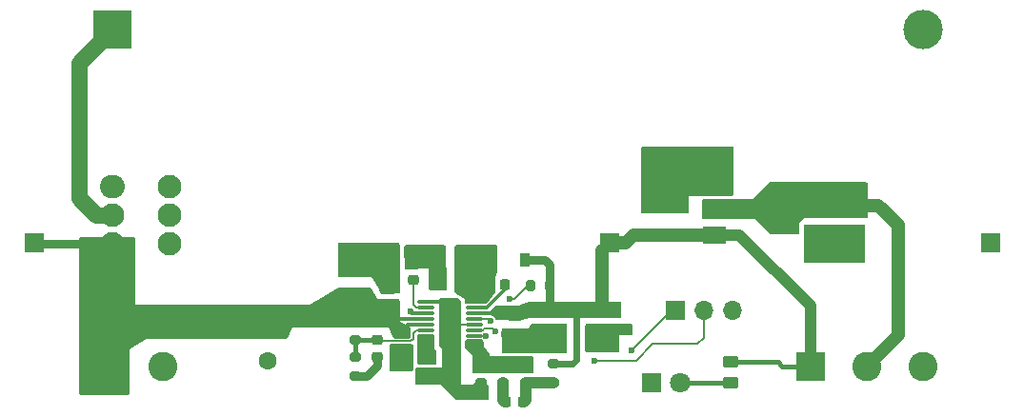
<source format=gtl>
G04 #@! TF.GenerationSoftware,KiCad,Pcbnew,(6.0.0)*
G04 #@! TF.CreationDate,2022-01-21T19:36:15+00:00*
G04 #@! TF.ProjectId,MaxPower,4d617850-6f77-4657-922e-6b696361645f,rev?*
G04 #@! TF.SameCoordinates,Original*
G04 #@! TF.FileFunction,Copper,L1,Top*
G04 #@! TF.FilePolarity,Positive*
%FSLAX46Y46*%
G04 Gerber Fmt 4.6, Leading zero omitted, Abs format (unit mm)*
G04 Created by KiCad (PCBNEW (6.0.0)) date 2022-01-21 19:36:15*
%MOMM*%
%LPD*%
G01*
G04 APERTURE LIST*
G04 Aperture macros list*
%AMRoundRect*
0 Rectangle with rounded corners*
0 $1 Rounding radius*
0 $2 $3 $4 $5 $6 $7 $8 $9 X,Y pos of 4 corners*
0 Add a 4 corners polygon primitive as box body*
4,1,4,$2,$3,$4,$5,$6,$7,$8,$9,$2,$3,0*
0 Add four circle primitives for the rounded corners*
1,1,$1+$1,$2,$3*
1,1,$1+$1,$4,$5*
1,1,$1+$1,$6,$7*
1,1,$1+$1,$8,$9*
0 Add four rect primitives between the rounded corners*
20,1,$1+$1,$2,$3,$4,$5,0*
20,1,$1+$1,$4,$5,$6,$7,0*
20,1,$1+$1,$6,$7,$8,$9,0*
20,1,$1+$1,$8,$9,$2,$3,0*%
G04 Aperture macros list end*
G04 #@! TA.AperFunction,SMDPad,CuDef*
%ADD10R,2.000000X1.500000*%
G04 #@! TD*
G04 #@! TA.AperFunction,SMDPad,CuDef*
%ADD11R,2.000000X3.800000*%
G04 #@! TD*
G04 #@! TA.AperFunction,ComponentPad*
%ADD12R,2.600000X2.600000*%
G04 #@! TD*
G04 #@! TA.AperFunction,ComponentPad*
%ADD13C,2.600000*%
G04 #@! TD*
G04 #@! TA.AperFunction,SMDPad,CuDef*
%ADD14RoundRect,0.225000X0.225000X0.250000X-0.225000X0.250000X-0.225000X-0.250000X0.225000X-0.250000X0*%
G04 #@! TD*
G04 #@! TA.AperFunction,SMDPad,CuDef*
%ADD15RoundRect,0.250000X-0.475000X0.250000X-0.475000X-0.250000X0.475000X-0.250000X0.475000X0.250000X0*%
G04 #@! TD*
G04 #@! TA.AperFunction,SMDPad,CuDef*
%ADD16RoundRect,0.225000X-0.250000X0.225000X-0.250000X-0.225000X0.250000X-0.225000X0.250000X0.225000X0*%
G04 #@! TD*
G04 #@! TA.AperFunction,ComponentPad*
%ADD17O,2.200000X2.100000*%
G04 #@! TD*
G04 #@! TA.AperFunction,ComponentPad*
%ADD18C,2.100000*%
G04 #@! TD*
G04 #@! TA.AperFunction,SMDPad,CuDef*
%ADD19RoundRect,0.250000X-0.425000X0.450000X-0.425000X-0.450000X0.425000X-0.450000X0.425000X0.450000X0*%
G04 #@! TD*
G04 #@! TA.AperFunction,SMDPad,CuDef*
%ADD20RoundRect,0.250000X-1.100000X0.325000X-1.100000X-0.325000X1.100000X-0.325000X1.100000X0.325000X0*%
G04 #@! TD*
G04 #@! TA.AperFunction,ComponentPad*
%ADD21R,1.700000X1.700000*%
G04 #@! TD*
G04 #@! TA.AperFunction,SMDPad,CuDef*
%ADD22RoundRect,0.200000X-0.275000X0.200000X-0.275000X-0.200000X0.275000X-0.200000X0.275000X0.200000X0*%
G04 #@! TD*
G04 #@! TA.AperFunction,ComponentPad*
%ADD23R,1.600000X1.600000*%
G04 #@! TD*
G04 #@! TA.AperFunction,ComponentPad*
%ADD24C,1.600000*%
G04 #@! TD*
G04 #@! TA.AperFunction,SMDPad,CuDef*
%ADD25RoundRect,0.200000X0.275000X-0.200000X0.275000X0.200000X-0.275000X0.200000X-0.275000X-0.200000X0*%
G04 #@! TD*
G04 #@! TA.AperFunction,ComponentPad*
%ADD26R,3.500000X3.500000*%
G04 #@! TD*
G04 #@! TA.AperFunction,ComponentPad*
%ADD27C,3.500000*%
G04 #@! TD*
G04 #@! TA.AperFunction,SMDPad,CuDef*
%ADD28RoundRect,0.075000X-0.650000X-0.075000X0.650000X-0.075000X0.650000X0.075000X-0.650000X0.075000X0*%
G04 #@! TD*
G04 #@! TA.AperFunction,SMDPad,CuDef*
%ADD29R,1.651000X2.845000*%
G04 #@! TD*
G04 #@! TA.AperFunction,ComponentPad*
%ADD30O,1.700000X1.700000*%
G04 #@! TD*
G04 #@! TA.AperFunction,ComponentPad*
%ADD31R,1.800000X1.800000*%
G04 #@! TD*
G04 #@! TA.AperFunction,ComponentPad*
%ADD32C,1.800000*%
G04 #@! TD*
G04 #@! TA.AperFunction,SMDPad,CuDef*
%ADD33RoundRect,0.250000X-0.450000X0.262500X-0.450000X-0.262500X0.450000X-0.262500X0.450000X0.262500X0*%
G04 #@! TD*
G04 #@! TA.AperFunction,SMDPad,CuDef*
%ADD34RoundRect,0.250000X0.475000X-0.250000X0.475000X0.250000X-0.475000X0.250000X-0.475000X-0.250000X0*%
G04 #@! TD*
G04 #@! TA.AperFunction,SMDPad,CuDef*
%ADD35RoundRect,0.250000X1.100000X-0.325000X1.100000X0.325000X-1.100000X0.325000X-1.100000X-0.325000X0*%
G04 #@! TD*
G04 #@! TA.AperFunction,SMDPad,CuDef*
%ADD36R,0.900000X1.200000*%
G04 #@! TD*
G04 #@! TA.AperFunction,SMDPad,CuDef*
%ADD37R,0.980000X3.400000*%
G04 #@! TD*
G04 #@! TA.AperFunction,SMDPad,CuDef*
%ADD38RoundRect,0.200000X0.200000X0.275000X-0.200000X0.275000X-0.200000X-0.275000X0.200000X-0.275000X0*%
G04 #@! TD*
G04 #@! TA.AperFunction,SMDPad,CuDef*
%ADD39RoundRect,0.225000X-0.225000X-0.250000X0.225000X-0.250000X0.225000X0.250000X-0.225000X0.250000X0*%
G04 #@! TD*
G04 #@! TA.AperFunction,ViaPad*
%ADD40C,0.800000*%
G04 #@! TD*
G04 #@! TA.AperFunction,ViaPad*
%ADD41C,0.600000*%
G04 #@! TD*
G04 #@! TA.AperFunction,ViaPad*
%ADD42C,1.000000*%
G04 #@! TD*
G04 #@! TA.AperFunction,Conductor*
%ADD43C,0.800000*%
G04 #@! TD*
G04 #@! TA.AperFunction,Conductor*
%ADD44C,0.300000*%
G04 #@! TD*
G04 #@! TA.AperFunction,Conductor*
%ADD45C,0.150000*%
G04 #@! TD*
G04 #@! TA.AperFunction,Conductor*
%ADD46C,0.400000*%
G04 #@! TD*
G04 #@! TA.AperFunction,Conductor*
%ADD47C,1.400000*%
G04 #@! TD*
G04 #@! TA.AperFunction,Conductor*
%ADD48C,1.200000*%
G04 #@! TD*
G04 #@! TA.AperFunction,Conductor*
%ADD49C,0.600000*%
G04 #@! TD*
G04 #@! TA.AperFunction,Conductor*
%ADD50C,1.000000*%
G04 #@! TD*
G04 #@! TA.AperFunction,Conductor*
%ADD51C,0.152400*%
G04 #@! TD*
G04 #@! TA.AperFunction,Conductor*
%ADD52C,0.200000*%
G04 #@! TD*
G04 APERTURE END LIST*
D10*
X167500000Y-128700000D03*
X167500000Y-131000000D03*
D11*
X173800000Y-131000000D03*
D10*
X167500000Y-133300000D03*
D12*
X113500000Y-145000000D03*
D13*
X118500000Y-145000000D03*
D14*
X150475000Y-148100000D03*
X148925000Y-148100000D03*
D15*
X139600000Y-141850000D03*
X139600000Y-143750000D03*
D16*
X137500000Y-142625000D03*
X137500000Y-144175000D03*
X140700000Y-135725000D03*
X140700000Y-137275000D03*
D17*
X113960000Y-128960000D03*
D18*
X113960000Y-131500000D03*
X113960000Y-134040000D03*
X119040000Y-134040000D03*
X119040000Y-131500000D03*
X119040000Y-128960000D03*
D19*
X176500000Y-130650000D03*
X176500000Y-133350000D03*
D20*
X152600000Y-139975000D03*
X152600000Y-142925000D03*
D21*
X158200000Y-134000000D03*
D22*
X146700000Y-144775000D03*
X146700000Y-146425000D03*
D15*
X149300000Y-140250000D03*
X149300000Y-142150000D03*
D19*
X179500000Y-130650000D03*
X179500000Y-133350000D03*
D16*
X141750000Y-144225000D03*
X141750000Y-145775000D03*
D23*
X127762000Y-140970000D03*
D24*
X127762000Y-144470000D03*
D25*
X150700000Y-146425000D03*
X150700000Y-144775000D03*
D26*
X114000000Y-115000000D03*
D27*
X186000000Y-115000000D03*
D28*
X141850000Y-139250000D03*
X141850000Y-139750000D03*
X141850000Y-140250000D03*
X141850000Y-140750000D03*
X141850000Y-141250000D03*
X141850000Y-141750000D03*
X141850000Y-142250000D03*
X141850000Y-142750000D03*
X146150000Y-142750000D03*
X146150000Y-142250000D03*
X146150000Y-141750000D03*
X146150000Y-141250000D03*
X146150000Y-140750000D03*
X146150000Y-140250000D03*
X146150000Y-139750000D03*
X146150000Y-139250000D03*
D29*
X144000000Y-141000000D03*
D21*
X164000000Y-140000000D03*
D30*
X166540000Y-140000000D03*
X169080000Y-140000000D03*
D31*
X161900000Y-146400000D03*
D32*
X164440000Y-146400000D03*
D33*
X168900000Y-144587500D03*
X168900000Y-146412500D03*
D34*
X138400000Y-139950000D03*
X138400000Y-138050000D03*
D20*
X157500000Y-139975000D03*
X157500000Y-142925000D03*
D35*
X135400000Y-139192000D03*
X135400000Y-136242000D03*
D36*
X150650000Y-135500000D03*
X147350000Y-135500000D03*
D35*
X163000000Y-133275000D03*
X163000000Y-130325000D03*
D22*
X153200000Y-144775000D03*
X153200000Y-146425000D03*
D37*
X142915000Y-136250000D03*
X145285000Y-136250000D03*
D21*
X107000000Y-134000000D03*
D22*
X135600000Y-144175000D03*
X135600000Y-145825000D03*
D25*
X148700000Y-146425000D03*
X148700000Y-144775000D03*
D38*
X152825000Y-137800000D03*
X151175000Y-137800000D03*
D12*
X176000000Y-145000000D03*
D13*
X181000000Y-145000000D03*
X186000000Y-145000000D03*
D39*
X147325000Y-137750000D03*
X148875000Y-137750000D03*
D21*
X192000000Y-134000000D03*
D22*
X135600000Y-140975000D03*
X135600000Y-142625000D03*
D40*
X179500000Y-134900000D03*
D41*
X144600000Y-145800000D03*
X137350000Y-145050000D03*
D40*
X134800000Y-134800000D03*
D41*
X139000000Y-136400000D03*
D40*
X139200000Y-144900000D03*
D41*
X144600000Y-143000000D03*
X144000000Y-141000000D03*
D42*
X162200000Y-128600000D03*
D41*
X144000000Y-142000000D03*
D42*
X167500000Y-126600000D03*
D40*
X156500000Y-141700000D03*
X178000000Y-134900000D03*
X151700000Y-141700000D03*
D42*
X165000000Y-127400000D03*
D41*
X144400000Y-139200000D03*
D40*
X140200000Y-144900000D03*
D41*
X143500000Y-143000000D03*
X149800000Y-143200000D03*
D40*
X135800000Y-134800000D03*
D41*
X145800000Y-147300000D03*
D40*
X153700000Y-141700000D03*
D41*
X149000000Y-143200000D03*
D40*
X152700000Y-141700000D03*
D41*
X144600000Y-143800000D03*
D40*
X158700000Y-141700000D03*
X157600000Y-141700000D03*
D41*
X142800000Y-146000000D03*
D40*
X136800000Y-134800000D03*
X176500000Y-134900000D03*
D42*
X163800000Y-128600000D03*
D41*
X138000000Y-136400000D03*
X143400000Y-139200000D03*
X142900000Y-135500000D03*
X142900000Y-137500000D03*
X142900000Y-136500000D03*
X140450000Y-140100000D03*
X141800000Y-135700000D03*
X147200000Y-142250000D03*
X160100000Y-143600000D03*
X142500000Y-144300000D03*
X149300000Y-139000000D03*
X147550000Y-140950000D03*
X156800000Y-144500000D03*
X147975966Y-141875966D03*
D43*
X146700000Y-146425000D02*
X146675000Y-146425000D01*
D44*
X143351920Y-139248080D02*
X141850000Y-139248080D01*
D43*
X136575000Y-145825000D02*
X137350000Y-145050000D01*
X135600000Y-145825000D02*
X136575000Y-145825000D01*
D45*
X144250000Y-141250000D02*
X144000000Y-141000000D01*
X146150000Y-141250000D02*
X144250000Y-141250000D01*
D43*
X137500000Y-144900000D02*
X137500000Y-144175000D01*
D46*
X143400000Y-139200000D02*
X143351920Y-139248080D01*
D43*
X146675000Y-146425000D02*
X145800000Y-147300000D01*
X137350000Y-145050000D02*
X137500000Y-144900000D01*
D47*
X112500000Y-131500000D02*
X111000000Y-130000000D01*
X113960000Y-131500000D02*
X112500000Y-131500000D01*
X111000000Y-130000000D02*
X111000000Y-118000000D01*
X111000000Y-118000000D02*
X114000000Y-115000000D01*
D44*
X140200000Y-141250000D02*
X139600000Y-141850000D01*
D43*
X113960000Y-134040000D02*
X107040000Y-134040000D01*
D44*
X139200000Y-140750000D02*
X138400000Y-139950000D01*
D43*
X107040000Y-134040000D02*
X107000000Y-134000000D01*
D44*
X141850000Y-141250000D02*
X140200000Y-141250000D01*
X141850000Y-140750000D02*
X139200000Y-140750000D01*
D43*
X157500000Y-134700000D02*
X158200000Y-134000000D01*
X152825000Y-137800000D02*
X152825000Y-135925000D01*
D48*
X159600000Y-134000000D02*
X160325000Y-133275000D01*
D49*
X154675000Y-139975000D02*
X152600000Y-139975000D01*
D50*
X167500000Y-133300000D02*
X169700000Y-133300000D01*
D46*
X173112500Y-144587500D02*
X173525000Y-145000000D01*
D49*
X155200000Y-144400000D02*
X155200000Y-140500000D01*
D48*
X160325000Y-133275000D02*
X163000000Y-133275000D01*
X158200000Y-134000000D02*
X159600000Y-134000000D01*
D49*
X154825000Y-144775000D02*
X155200000Y-144400000D01*
D48*
X163000000Y-133275000D02*
X167475000Y-133275000D01*
D43*
X152825000Y-135925000D02*
X152400000Y-135500000D01*
X152400000Y-135500000D02*
X150650000Y-135500000D01*
D48*
X157500000Y-139975000D02*
X157500000Y-134700000D01*
D50*
X176000000Y-139600000D02*
X176000000Y-145000000D01*
D49*
X155200000Y-140500000D02*
X154675000Y-139975000D01*
D43*
X152825000Y-137800000D02*
X152825000Y-139750000D01*
D49*
X153200000Y-144775000D02*
X154825000Y-144775000D01*
D43*
X167475000Y-133275000D02*
X167500000Y-133300000D01*
D46*
X168900000Y-144587500D02*
X173112500Y-144587500D01*
D43*
X152825000Y-139750000D02*
X152600000Y-139975000D01*
D50*
X169700000Y-133300000D02*
X176000000Y-139600000D01*
D46*
X173525000Y-145000000D02*
X176000000Y-145000000D01*
D50*
X140700000Y-135725000D02*
X142675000Y-135725000D01*
D44*
X141850000Y-140250000D02*
X140600000Y-140250000D01*
D50*
X142675000Y-135725000D02*
X142900000Y-135500000D01*
D44*
X140600000Y-140250000D02*
X140450000Y-140100000D01*
D48*
X183800000Y-142200000D02*
X183800000Y-132400000D01*
X182050000Y-130650000D02*
X179500000Y-130650000D01*
X183800000Y-132400000D02*
X182050000Y-130650000D01*
X181000000Y-145000000D02*
X183800000Y-142200000D01*
D51*
X141750000Y-144225000D02*
X142425000Y-144225000D01*
X147200000Y-142250000D02*
X146150000Y-142250000D01*
X142425000Y-144225000D02*
X142500000Y-144300000D01*
X160100000Y-143600000D02*
X163700000Y-140000000D01*
X163700000Y-140000000D02*
X164000000Y-140000000D01*
D52*
X140950000Y-139750000D02*
X140700000Y-139500000D01*
X140700000Y-139500000D02*
X140700000Y-137275000D01*
X141850000Y-139750000D02*
X140950000Y-139750000D01*
D45*
X140950000Y-141750000D02*
X140700000Y-142000000D01*
X140700000Y-142500000D02*
X140450000Y-142750000D01*
X140700000Y-142000000D02*
X140700000Y-142500000D01*
X141850000Y-141750000D02*
X140950000Y-141750000D01*
X137625000Y-142750000D02*
X137500000Y-142625000D01*
D46*
X137500000Y-142625000D02*
X135600000Y-142625000D01*
D45*
X140450000Y-142750000D02*
X137625000Y-142750000D01*
D46*
X135600000Y-144175000D02*
X135600000Y-142625000D01*
D52*
X151175000Y-137800000D02*
X151100000Y-137800000D01*
X147550000Y-140950000D02*
X147350000Y-140750000D01*
X151000000Y-137800000D02*
X150900000Y-137800000D01*
X149700000Y-139000000D02*
X149300000Y-139000000D01*
X147350000Y-140750000D02*
X146150000Y-140750000D01*
X150900000Y-137800000D02*
X149700000Y-139000000D01*
X151100000Y-137800000D02*
X151000000Y-137800000D01*
D46*
X168900000Y-146412500D02*
X168887500Y-146400000D01*
X168887500Y-146400000D02*
X164440000Y-146400000D01*
D44*
X146150000Y-139750000D02*
X147250000Y-139750000D01*
X148875000Y-138125000D02*
X148875000Y-137750000D01*
X147250000Y-139750000D02*
X148875000Y-138125000D01*
D50*
X150700000Y-146425000D02*
X153200000Y-146425000D01*
X150700000Y-147925000D02*
X150525000Y-148100000D01*
X150700000Y-146425000D02*
X150700000Y-147925000D01*
X148700000Y-146425000D02*
X148700000Y-147925000D01*
X148700000Y-147925000D02*
X148875000Y-148100000D01*
D45*
X146900000Y-141750000D02*
X147000000Y-141650000D01*
X160500000Y-144500000D02*
X162000000Y-143000000D01*
X166000000Y-143000000D02*
X166540000Y-142460000D01*
X156800000Y-144500000D02*
X160500000Y-144500000D01*
X147000000Y-141650000D02*
X147750000Y-141650000D01*
X162000000Y-143000000D02*
X166000000Y-143000000D01*
X166540000Y-142460000D02*
X166540000Y-140000000D01*
X147750000Y-141650000D02*
X147975966Y-141875966D01*
X146150000Y-141750000D02*
X146900000Y-141750000D01*
G04 #@! TA.AperFunction,Conductor*
G36*
X144626121Y-138920002D02*
G01*
X144633600Y-138925200D01*
X144949600Y-139162200D01*
X144992095Y-139219074D01*
X145000000Y-139263000D01*
X145000000Y-146600000D01*
X147274000Y-146600000D01*
X147342121Y-146620002D01*
X147388614Y-146673658D01*
X147400000Y-146726000D01*
X147400000Y-147874000D01*
X147379998Y-147942121D01*
X147326342Y-147988614D01*
X147274000Y-148000000D01*
X144652190Y-148000000D01*
X144584069Y-147979998D01*
X144563095Y-147963095D01*
X143200000Y-146600000D01*
X141026000Y-146600000D01*
X140957879Y-146579998D01*
X140911386Y-146526342D01*
X140900000Y-146474000D01*
X140900000Y-145226000D01*
X140920002Y-145157879D01*
X140973658Y-145111386D01*
X141026000Y-145100000D01*
X143300000Y-145100000D01*
X143300000Y-143400000D01*
X143036905Y-143136905D01*
X143002879Y-143074593D01*
X143000000Y-143047810D01*
X143000000Y-139026000D01*
X143020002Y-138957879D01*
X143073658Y-138911386D01*
X143126000Y-138900000D01*
X144558000Y-138900000D01*
X144626121Y-138920002D01*
G37*
G04 #@! TD.AperFunction*
G04 #@! TA.AperFunction,Conductor*
G36*
X145457301Y-142653962D02*
G01*
X145457310Y-142653963D01*
X145461392Y-142654500D01*
X146773518Y-142654500D01*
X146841639Y-142674502D01*
X146850222Y-142680538D01*
X146887063Y-142708807D01*
X146920357Y-142734355D01*
X146927986Y-142737515D01*
X146935141Y-142741646D01*
X146933607Y-142744302D01*
X146977504Y-142779681D01*
X147000000Y-142851535D01*
X147000000Y-143200000D01*
X147476530Y-143867142D01*
X147500000Y-143940378D01*
X147500000Y-144100000D01*
X151274000Y-144100000D01*
X151342121Y-144120002D01*
X151388614Y-144173658D01*
X151400000Y-144226000D01*
X151400000Y-145474000D01*
X151379998Y-145542121D01*
X151326342Y-145588614D01*
X151274000Y-145600000D01*
X146126000Y-145600000D01*
X146057879Y-145579998D01*
X146011386Y-145526342D01*
X146000000Y-145474000D01*
X146000000Y-144000000D01*
X145336905Y-143336905D01*
X145302879Y-143274593D01*
X145300000Y-143247810D01*
X145300000Y-142776928D01*
X145320002Y-142708807D01*
X145373658Y-142662314D01*
X145442445Y-142652006D01*
X145457301Y-142653962D01*
G37*
G04 #@! TD.AperFunction*
G04 #@! TA.AperFunction,Conductor*
G36*
X115942121Y-133520002D02*
G01*
X115988614Y-133573658D01*
X116000000Y-133626000D01*
X116000000Y-139500000D01*
X131500000Y-139500000D01*
X132123334Y-139126000D01*
X133970073Y-138017956D01*
X134034899Y-138000000D01*
X136922127Y-138000000D01*
X136990248Y-138020002D01*
X137034825Y-138069651D01*
X137500000Y-139000000D01*
X139374000Y-139000000D01*
X139442121Y-139020002D01*
X139488614Y-139073658D01*
X139500000Y-139126000D01*
X139500000Y-141000000D01*
X139515192Y-141007596D01*
X140430349Y-141465175D01*
X140482333Y-141513530D01*
X140500000Y-141577873D01*
X140500000Y-141855203D01*
X140491631Y-141900358D01*
X140489697Y-141905395D01*
X140482484Y-141916503D01*
X140480413Y-141929582D01*
X140478560Y-141934408D01*
X140477486Y-141939461D01*
X140472100Y-141951558D01*
X140472100Y-141972153D01*
X140470549Y-141991862D01*
X140467329Y-142012194D01*
X140470756Y-142024983D01*
X140471449Y-142038211D01*
X140471000Y-142038235D01*
X140472100Y-142046589D01*
X140472100Y-142353410D01*
X140452098Y-142421531D01*
X140435193Y-142442508D01*
X140414602Y-142463098D01*
X140352289Y-142497121D01*
X140325509Y-142500000D01*
X139077872Y-142500000D01*
X139009751Y-142479998D01*
X138965174Y-142430349D01*
X138508101Y-141516202D01*
X138500000Y-141500000D01*
X130000000Y-141500000D01*
X129992404Y-141515192D01*
X129534826Y-142430349D01*
X129486471Y-142482333D01*
X129422128Y-142500000D01*
X117000000Y-142500000D01*
X116984479Y-142510347D01*
X116984477Y-142510348D01*
X116004875Y-143163417D01*
X115500000Y-143500000D01*
X115500000Y-147374000D01*
X115479998Y-147442121D01*
X115426342Y-147488614D01*
X115374000Y-147500000D01*
X111126000Y-147500000D01*
X111057879Y-147479998D01*
X111011386Y-147426342D01*
X111000000Y-147374000D01*
X111000000Y-133626000D01*
X111020002Y-133557879D01*
X111073658Y-133511386D01*
X111126000Y-133500000D01*
X115874000Y-133500000D01*
X115942121Y-133520002D01*
G37*
G04 #@! TD.AperFunction*
G04 #@! TA.AperFunction,Conductor*
G36*
X181042121Y-128620002D02*
G01*
X181088614Y-128673658D01*
X181100000Y-128726000D01*
X181100000Y-131674000D01*
X181079998Y-131742121D01*
X181026342Y-131788614D01*
X180974000Y-131800000D01*
X175400000Y-131800000D01*
X175000000Y-132200000D01*
X175000000Y-133074000D01*
X174979998Y-133142121D01*
X174926342Y-133188614D01*
X174874000Y-133200000D01*
X172452190Y-133200000D01*
X172384069Y-133179998D01*
X172363095Y-133163095D01*
X171100000Y-131900000D01*
X166526000Y-131900000D01*
X166457879Y-131879998D01*
X166411386Y-131826342D01*
X166400000Y-131774000D01*
X166400000Y-130226000D01*
X166420002Y-130157879D01*
X166473658Y-130111386D01*
X166526000Y-130100000D01*
X170900000Y-130100000D01*
X172363095Y-128636905D01*
X172425407Y-128602879D01*
X172452190Y-128600000D01*
X180974000Y-128600000D01*
X181042121Y-128620002D01*
G37*
G04 #@! TD.AperFunction*
G04 #@! TA.AperFunction,Conductor*
G36*
X169142121Y-125420002D02*
G01*
X169188614Y-125473658D01*
X169200000Y-125526000D01*
X169200000Y-129674000D01*
X169179998Y-129742121D01*
X169126342Y-129788614D01*
X169074000Y-129800000D01*
X165200000Y-129800000D01*
X165200000Y-131274000D01*
X165179998Y-131342121D01*
X165126342Y-131388614D01*
X165074000Y-131400000D01*
X161126000Y-131400000D01*
X161057879Y-131379998D01*
X161011386Y-131326342D01*
X161000000Y-131274000D01*
X161000000Y-125526000D01*
X161020002Y-125457879D01*
X161073658Y-125411386D01*
X161126000Y-125400000D01*
X169074000Y-125400000D01*
X169142121Y-125420002D01*
G37*
G04 #@! TD.AperFunction*
G04 #@! TA.AperFunction,Conductor*
G36*
X154359191Y-141218907D02*
G01*
X154395155Y-141268407D01*
X154400000Y-141299000D01*
X154400000Y-143701000D01*
X154381093Y-143759191D01*
X154331593Y-143795155D01*
X154301000Y-143800000D01*
X148699000Y-143800000D01*
X148640809Y-143781093D01*
X148604845Y-143731593D01*
X148600000Y-143701000D01*
X148600000Y-141699000D01*
X148618907Y-141640809D01*
X148668407Y-141604845D01*
X148699000Y-141600000D01*
X151000000Y-141600000D01*
X151172637Y-141254726D01*
X151215572Y-141211134D01*
X151261185Y-141200000D01*
X154301000Y-141200000D01*
X154359191Y-141218907D01*
G37*
G04 #@! TD.AperFunction*
G04 #@! TA.AperFunction,Conductor*
G36*
X150300000Y-140883404D02*
G01*
X150297266Y-140885016D01*
X150244675Y-140898713D01*
X150209472Y-140897894D01*
X150209476Y-140897717D01*
X150200007Y-140897381D01*
X150200000Y-140897674D01*
X148178714Y-140850668D01*
X148126102Y-140834068D01*
X148036304Y-140774203D01*
X148001097Y-140732805D01*
X147978906Y-140683998D01*
X147978905Y-140683996D01*
X147975984Y-140677572D01*
X147882400Y-140568963D01*
X147762095Y-140490985D01*
X147624739Y-140449907D01*
X147547752Y-140449437D01*
X147488430Y-140449074D01*
X147488429Y-140449074D01*
X147481376Y-140449031D01*
X147478945Y-140449726D01*
X147474922Y-140450000D01*
X146846778Y-140450000D01*
X146827465Y-140448098D01*
X146822447Y-140447100D01*
X146770719Y-140447100D01*
X145599000Y-140447101D01*
X145540809Y-140428194D01*
X145504845Y-140378694D01*
X145500000Y-140348101D01*
X145500000Y-140151900D01*
X145518907Y-140093709D01*
X145568407Y-140057745D01*
X145599000Y-140052900D01*
X147196023Y-140052900D01*
X147200228Y-140053209D01*
X147204985Y-140054842D01*
X147214121Y-140054499D01*
X147254840Y-140052970D01*
X147258555Y-140052900D01*
X147278173Y-140052900D01*
X147282627Y-140052070D01*
X147287892Y-140051729D01*
X147315854Y-140050679D01*
X147317746Y-140050608D01*
X147317749Y-140050679D01*
X147323846Y-140050000D01*
X147550000Y-140050000D01*
X147562853Y-140040360D01*
X147562854Y-140040360D01*
X148123600Y-139619800D01*
X148183000Y-139600000D01*
X150300000Y-139600000D01*
X150300000Y-140883404D01*
G37*
G04 #@! TD.AperFunction*
G04 #@! TA.AperFunction,Conductor*
G36*
X139442121Y-134020002D02*
G01*
X139488614Y-134073658D01*
X139500000Y-134126000D01*
X139500000Y-138374000D01*
X139479998Y-138442121D01*
X139426342Y-138488614D01*
X139374000Y-138500000D01*
X138067433Y-138500000D01*
X137999312Y-138479998D01*
X137962595Y-138443892D01*
X137010049Y-137015074D01*
X137000000Y-137000000D01*
X134126000Y-137000000D01*
X134057879Y-136979998D01*
X134011386Y-136926342D01*
X134000000Y-136874000D01*
X134000000Y-134126000D01*
X134020002Y-134057879D01*
X134073658Y-134011386D01*
X134126000Y-134000000D01*
X139374000Y-134000000D01*
X139442121Y-134020002D01*
G37*
G04 #@! TD.AperFunction*
G04 #@! TA.AperFunction,Conductor*
G36*
X180842121Y-132420002D02*
G01*
X180888614Y-132473658D01*
X180900000Y-132526000D01*
X180900000Y-135674000D01*
X180879998Y-135742121D01*
X180826342Y-135788614D01*
X180774000Y-135800000D01*
X175526000Y-135800000D01*
X175457879Y-135779998D01*
X175411386Y-135726342D01*
X175400000Y-135674000D01*
X175400000Y-132526000D01*
X175420002Y-132457879D01*
X175473658Y-132411386D01*
X175526000Y-132400000D01*
X180774000Y-132400000D01*
X180842121Y-132420002D01*
G37*
G04 #@! TD.AperFunction*
G04 #@! TA.AperFunction,Conductor*
G36*
X160142121Y-141220002D02*
G01*
X160188614Y-141273658D01*
X160200000Y-141326000D01*
X160200000Y-142074000D01*
X160179998Y-142142121D01*
X160126342Y-142188614D01*
X160074000Y-142200000D01*
X159000000Y-142200000D01*
X159000000Y-143574000D01*
X158979998Y-143642121D01*
X158926342Y-143688614D01*
X158874000Y-143700000D01*
X156126000Y-143700000D01*
X156057879Y-143679998D01*
X156011386Y-143626342D01*
X156000000Y-143574000D01*
X156000000Y-141326000D01*
X156020002Y-141257879D01*
X156073658Y-141211386D01*
X156126000Y-141200000D01*
X160074000Y-141200000D01*
X160142121Y-141220002D01*
G37*
G04 #@! TD.AperFunction*
G04 #@! TA.AperFunction,Conductor*
G36*
X159142121Y-139220002D02*
G01*
X159188614Y-139273658D01*
X159200000Y-139326000D01*
X159200000Y-140574000D01*
X159179998Y-140642121D01*
X159126342Y-140688614D01*
X159074000Y-140700000D01*
X151100000Y-140700000D01*
X151093275Y-140701494D01*
X151093270Y-140701495D01*
X150353333Y-140865926D01*
X150282496Y-140861177D01*
X150225470Y-140818885D01*
X150200362Y-140752476D01*
X150200000Y-140742926D01*
X150200000Y-139587318D01*
X150220002Y-139519197D01*
X150273658Y-139472704D01*
X150281758Y-139469341D01*
X150978605Y-139208023D01*
X151022847Y-139200000D01*
X159074000Y-139200000D01*
X159142121Y-139220002D01*
G37*
G04 #@! TD.AperFunction*
G04 #@! TA.AperFunction,Conductor*
G36*
X143545231Y-134220002D02*
G01*
X143591724Y-134273658D01*
X143603071Y-134322851D01*
X143696771Y-138070851D01*
X143678477Y-138139450D01*
X143626000Y-138187270D01*
X143570810Y-138200000D01*
X142226000Y-138200000D01*
X142157879Y-138179998D01*
X142111386Y-138126342D01*
X142100000Y-138074000D01*
X142100000Y-136300000D01*
X140126129Y-136393994D01*
X140057134Y-136377255D01*
X140008142Y-136325872D01*
X139994266Y-136273858D01*
X139905987Y-134331721D01*
X139922875Y-134262763D01*
X139974364Y-134213881D01*
X140031857Y-134200000D01*
X143477110Y-134200000D01*
X143545231Y-134220002D01*
G37*
G04 #@! TD.AperFunction*
G04 #@! TA.AperFunction,Conductor*
G36*
X142542121Y-142174502D02*
G01*
X142588614Y-142228158D01*
X142600000Y-142280500D01*
X142600000Y-143400000D01*
X142610347Y-143415521D01*
X142610348Y-143415523D01*
X142778838Y-143668257D01*
X142800000Y-143738149D01*
X142800000Y-144674000D01*
X142779998Y-144742121D01*
X142726342Y-144788614D01*
X142674000Y-144800000D01*
X141226000Y-144800000D01*
X141157879Y-144779998D01*
X141111386Y-144726342D01*
X141100000Y-144674000D01*
X141100000Y-142280500D01*
X141120002Y-142212379D01*
X141173658Y-142165886D01*
X141226000Y-142154500D01*
X142474000Y-142154500D01*
X142542121Y-142174502D01*
G37*
G04 #@! TD.AperFunction*
G04 #@! TA.AperFunction,Conductor*
G36*
X140642121Y-143020002D02*
G01*
X140688614Y-143073658D01*
X140700000Y-143126000D01*
X140700000Y-145274000D01*
X140679998Y-145342121D01*
X140626342Y-145388614D01*
X140574000Y-145400000D01*
X138726000Y-145400000D01*
X138657879Y-145379998D01*
X138611386Y-145326342D01*
X138600000Y-145274000D01*
X138600000Y-143126000D01*
X138620002Y-143057879D01*
X138673658Y-143011386D01*
X138726000Y-143000000D01*
X140574000Y-143000000D01*
X140642121Y-143020002D01*
G37*
G04 #@! TD.AperFunction*
G04 #@! TA.AperFunction,Conductor*
G36*
X148142121Y-134220002D02*
G01*
X148188614Y-134273658D01*
X148200000Y-134326000D01*
X148200000Y-136570255D01*
X148186698Y-136626604D01*
X148000000Y-137000000D01*
X148000000Y-138358000D01*
X147979998Y-138426121D01*
X147974800Y-138433600D01*
X147490465Y-139079380D01*
X147478760Y-139092875D01*
X147208540Y-139363095D01*
X147146228Y-139397121D01*
X147119445Y-139400000D01*
X145426000Y-139400000D01*
X145357879Y-139379998D01*
X145311386Y-139326342D01*
X145300000Y-139274000D01*
X145300000Y-139000000D01*
X145289173Y-138992782D01*
X145289172Y-138992781D01*
X144456108Y-138437405D01*
X144410523Y-138382976D01*
X144400000Y-138332567D01*
X144400000Y-134326000D01*
X144420002Y-134257879D01*
X144473658Y-134211386D01*
X144526000Y-134200000D01*
X148074000Y-134200000D01*
X148142121Y-134220002D01*
G37*
G04 #@! TD.AperFunction*
M02*

</source>
